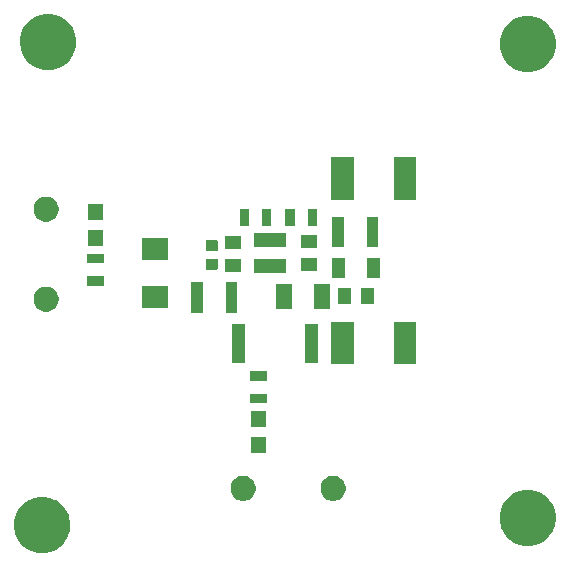
<source format=gbr>
G04 #@! TF.GenerationSoftware,KiCad,Pcbnew,5.0.2-bee76a0~70~ubuntu18.04.1*
G04 #@! TF.CreationDate,2019-02-26T17:57:15-05:00*
G04 #@! TF.ProjectId,New Buck Converter,4e657720-4275-4636-9b20-436f6e766572,rev?*
G04 #@! TF.SameCoordinates,Original*
G04 #@! TF.FileFunction,Soldermask,Top*
G04 #@! TF.FilePolarity,Negative*
%FSLAX46Y46*%
G04 Gerber Fmt 4.6, Leading zero omitted, Abs format (unit mm)*
G04 Created by KiCad (PCBNEW 5.0.2-bee76a0~70~ubuntu18.04.1) date Tue 26 Feb 2019 05:57:15 PM EST*
%MOMM*%
%LPD*%
G01*
G04 APERTURE LIST*
%ADD10C,0.100000*%
G04 APERTURE END LIST*
D10*
G36*
X108092788Y-122716173D02*
X108092790Y-122716174D01*
X108092791Y-122716174D01*
X108428920Y-122855403D01*
X108525032Y-122895214D01*
X108914041Y-123155141D01*
X109244859Y-123485959D01*
X109244861Y-123485962D01*
X109504786Y-123874968D01*
X109625366Y-124166073D01*
X109683827Y-124307212D01*
X109775100Y-124766072D01*
X109775100Y-125233928D01*
X109717196Y-125525032D01*
X109683826Y-125692791D01*
X109592181Y-125914041D01*
X109504786Y-126125032D01*
X109244859Y-126514041D01*
X108914041Y-126844859D01*
X108914038Y-126844861D01*
X108525032Y-127104786D01*
X108092791Y-127283826D01*
X108092790Y-127283826D01*
X108092788Y-127283827D01*
X107633928Y-127375100D01*
X107166072Y-127375100D01*
X106707212Y-127283827D01*
X106707210Y-127283826D01*
X106707209Y-127283826D01*
X106274968Y-127104786D01*
X105885962Y-126844861D01*
X105885959Y-126844859D01*
X105555141Y-126514041D01*
X105295214Y-126125032D01*
X105207819Y-125914041D01*
X105116174Y-125692791D01*
X105082805Y-125525032D01*
X105024900Y-125233928D01*
X105024900Y-124766072D01*
X105116173Y-124307212D01*
X105174635Y-124166073D01*
X105295214Y-123874968D01*
X105555139Y-123485962D01*
X105555141Y-123485959D01*
X105885959Y-123155141D01*
X106274968Y-122895214D01*
X106371080Y-122855403D01*
X106707209Y-122716174D01*
X106707210Y-122716174D01*
X106707212Y-122716173D01*
X107166072Y-122624900D01*
X107633928Y-122624900D01*
X108092788Y-122716173D01*
X108092788Y-122716173D01*
G37*
G36*
X149192788Y-122116173D02*
X149192790Y-122116174D01*
X149192791Y-122116174D01*
X149446035Y-122221071D01*
X149625032Y-122295214D01*
X150014041Y-122555141D01*
X150344859Y-122885959D01*
X150344861Y-122885962D01*
X150604786Y-123274968D01*
X150692183Y-123485962D01*
X150783827Y-123707212D01*
X150875100Y-124166072D01*
X150875100Y-124633928D01*
X150848815Y-124766073D01*
X150783826Y-125092791D01*
X150725365Y-125233928D01*
X150604786Y-125525032D01*
X150344859Y-125914041D01*
X150014041Y-126244859D01*
X150014038Y-126244861D01*
X149625032Y-126504786D01*
X149192791Y-126683826D01*
X149192790Y-126683826D01*
X149192788Y-126683827D01*
X148733928Y-126775100D01*
X148266072Y-126775100D01*
X147807212Y-126683827D01*
X147807210Y-126683826D01*
X147807209Y-126683826D01*
X147374968Y-126504786D01*
X146985962Y-126244861D01*
X146985959Y-126244859D01*
X146655141Y-125914041D01*
X146395214Y-125525032D01*
X146274635Y-125233928D01*
X146216174Y-125092791D01*
X146151186Y-124766073D01*
X146124900Y-124633928D01*
X146124900Y-124166072D01*
X146216173Y-123707212D01*
X146307818Y-123485962D01*
X146395214Y-123274968D01*
X146655139Y-122885962D01*
X146655141Y-122885959D01*
X146985959Y-122555141D01*
X147374968Y-122295214D01*
X147553965Y-122221071D01*
X147807209Y-122116174D01*
X147807210Y-122116174D01*
X147807212Y-122116173D01*
X148266072Y-122024900D01*
X148733928Y-122024900D01*
X149192788Y-122116173D01*
X149192788Y-122116173D01*
G37*
G36*
X132340431Y-120883843D02*
X132534615Y-120964277D01*
X132709376Y-121081049D01*
X132857991Y-121229664D01*
X132974763Y-121404425D01*
X133055197Y-121598609D01*
X133096200Y-121804748D01*
X133096200Y-122014932D01*
X133055197Y-122221071D01*
X132974763Y-122415255D01*
X132857991Y-122590016D01*
X132709376Y-122738631D01*
X132534615Y-122855403D01*
X132340431Y-122935837D01*
X132134292Y-122976840D01*
X131924108Y-122976840D01*
X131717969Y-122935837D01*
X131523785Y-122855403D01*
X131349024Y-122738631D01*
X131200409Y-122590016D01*
X131083637Y-122415255D01*
X131003203Y-122221071D01*
X130962200Y-122014932D01*
X130962200Y-121804748D01*
X131003203Y-121598609D01*
X131083637Y-121404425D01*
X131200409Y-121229664D01*
X131349024Y-121081049D01*
X131523785Y-120964277D01*
X131717969Y-120883843D01*
X131924108Y-120842840D01*
X132134292Y-120842840D01*
X132340431Y-120883843D01*
X132340431Y-120883843D01*
G37*
G36*
X124720431Y-120883843D02*
X124914615Y-120964277D01*
X125089376Y-121081049D01*
X125237991Y-121229664D01*
X125354763Y-121404425D01*
X125435197Y-121598609D01*
X125476200Y-121804748D01*
X125476200Y-122014932D01*
X125435197Y-122221071D01*
X125354763Y-122415255D01*
X125237991Y-122590016D01*
X125089376Y-122738631D01*
X124914615Y-122855403D01*
X124720431Y-122935837D01*
X124514292Y-122976840D01*
X124304108Y-122976840D01*
X124097969Y-122935837D01*
X123903785Y-122855403D01*
X123729024Y-122738631D01*
X123580409Y-122590016D01*
X123463637Y-122415255D01*
X123383203Y-122221071D01*
X123342200Y-122014932D01*
X123342200Y-121804748D01*
X123383203Y-121598609D01*
X123463637Y-121404425D01*
X123580409Y-121229664D01*
X123729024Y-121081049D01*
X123903785Y-120964277D01*
X124097969Y-120883843D01*
X124304108Y-120842840D01*
X124514292Y-120842840D01*
X124720431Y-120883843D01*
X124720431Y-120883843D01*
G37*
G36*
X126351000Y-118901000D02*
X125049000Y-118901000D01*
X125049000Y-117599000D01*
X126351000Y-117599000D01*
X126351000Y-118901000D01*
X126351000Y-118901000D01*
G37*
G36*
X126351000Y-116701000D02*
X125049000Y-116701000D01*
X125049000Y-115399000D01*
X126351000Y-115399000D01*
X126351000Y-116701000D01*
X126351000Y-116701000D01*
G37*
G36*
X126401000Y-114701000D02*
X124999000Y-114701000D01*
X124999000Y-113899000D01*
X126401000Y-113899000D01*
X126401000Y-114701000D01*
X126401000Y-114701000D01*
G37*
G36*
X126401000Y-112801000D02*
X124999000Y-112801000D01*
X124999000Y-111999000D01*
X126401000Y-111999000D01*
X126401000Y-112801000D01*
X126401000Y-112801000D01*
G37*
G36*
X139050300Y-111402000D02*
X137168300Y-111402000D01*
X137168300Y-107800000D01*
X139050300Y-107800000D01*
X139050300Y-111402000D01*
X139050300Y-111402000D01*
G37*
G36*
X133770300Y-111402000D02*
X131888300Y-111402000D01*
X131888300Y-107800000D01*
X133770300Y-107800000D01*
X133770300Y-111402000D01*
X133770300Y-111402000D01*
G37*
G36*
X130779200Y-111257080D02*
X129677200Y-111257080D01*
X129677200Y-107955080D01*
X130779200Y-107955080D01*
X130779200Y-111257080D01*
X130779200Y-111257080D01*
G37*
G36*
X124579200Y-111257080D02*
X123477200Y-111257080D01*
X123477200Y-107955080D01*
X124579200Y-107955080D01*
X124579200Y-111257080D01*
X124579200Y-111257080D01*
G37*
G36*
X123921800Y-107028500D02*
X122919800Y-107028500D01*
X122919800Y-104426500D01*
X123921800Y-104426500D01*
X123921800Y-107028500D01*
X123921800Y-107028500D01*
G37*
G36*
X121021800Y-107028500D02*
X120019800Y-107028500D01*
X120019800Y-104426500D01*
X121021800Y-104426500D01*
X121021800Y-107028500D01*
X121021800Y-107028500D01*
G37*
G36*
X108045331Y-104869143D02*
X108239515Y-104949577D01*
X108414276Y-105066349D01*
X108562891Y-105214964D01*
X108679663Y-105389725D01*
X108760097Y-105583909D01*
X108801100Y-105790048D01*
X108801100Y-106000232D01*
X108760097Y-106206371D01*
X108679663Y-106400555D01*
X108562891Y-106575316D01*
X108414276Y-106723931D01*
X108239515Y-106840703D01*
X108045331Y-106921137D01*
X107839192Y-106962140D01*
X107629008Y-106962140D01*
X107422869Y-106921137D01*
X107228685Y-106840703D01*
X107053924Y-106723931D01*
X106905309Y-106575316D01*
X106788537Y-106400555D01*
X106708103Y-106206371D01*
X106667100Y-106000232D01*
X106667100Y-105790048D01*
X106708103Y-105583909D01*
X106788537Y-105389725D01*
X106905309Y-105214964D01*
X107053924Y-105066349D01*
X107228685Y-104949577D01*
X107422869Y-104869143D01*
X107629008Y-104828140D01*
X107839192Y-104828140D01*
X108045331Y-104869143D01*
X108045331Y-104869143D01*
G37*
G36*
X131727700Y-106717540D02*
X130425700Y-106717540D01*
X130425700Y-104615540D01*
X131727700Y-104615540D01*
X131727700Y-106717540D01*
X131727700Y-106717540D01*
G37*
G36*
X128527700Y-106717540D02*
X127225700Y-106717540D01*
X127225700Y-104615540D01*
X128527700Y-104615540D01*
X128527700Y-106717540D01*
X128527700Y-106717540D01*
G37*
G36*
X118084800Y-106667500D02*
X115823800Y-106667500D01*
X115823800Y-104787500D01*
X118084800Y-104787500D01*
X118084800Y-106667500D01*
X118084800Y-106667500D01*
G37*
G36*
X135523300Y-106276500D02*
X134421300Y-106276500D01*
X134421300Y-104924500D01*
X135523300Y-104924500D01*
X135523300Y-106276500D01*
X135523300Y-106276500D01*
G37*
G36*
X133523300Y-106276500D02*
X132421300Y-106276500D01*
X132421300Y-104924500D01*
X133523300Y-104924500D01*
X133523300Y-106276500D01*
X133523300Y-106276500D01*
G37*
G36*
X112601000Y-104751000D02*
X111199000Y-104751000D01*
X111199000Y-103949000D01*
X112601000Y-103949000D01*
X112601000Y-104751000D01*
X112601000Y-104751000D01*
G37*
G36*
X132999300Y-104102000D02*
X131897300Y-104102000D01*
X131897300Y-102400000D01*
X132999300Y-102400000D01*
X132999300Y-104102000D01*
X132999300Y-104102000D01*
G37*
G36*
X135999300Y-104102000D02*
X134897300Y-104102000D01*
X134897300Y-102400000D01*
X135999300Y-102400000D01*
X135999300Y-104102000D01*
X135999300Y-104102000D01*
G37*
G36*
X128003600Y-103646800D02*
X125351600Y-103646800D01*
X125351600Y-102484800D01*
X128003600Y-102484800D01*
X128003600Y-103646800D01*
X128003600Y-103646800D01*
G37*
G36*
X124234300Y-103611500D02*
X122882300Y-103611500D01*
X122882300Y-102509500D01*
X124234300Y-102509500D01*
X124234300Y-103611500D01*
X124234300Y-103611500D01*
G37*
G36*
X130647800Y-103532000D02*
X129295800Y-103532000D01*
X129295800Y-102430000D01*
X130647800Y-102430000D01*
X130647800Y-103532000D01*
X130647800Y-103532000D01*
G37*
G36*
X122131951Y-102454265D02*
X122165929Y-102464573D01*
X122197247Y-102481313D01*
X122224699Y-102503841D01*
X122247227Y-102531293D01*
X122263967Y-102562611D01*
X122274275Y-102596589D01*
X122278360Y-102638070D01*
X122278360Y-103239290D01*
X122274275Y-103280771D01*
X122263967Y-103314749D01*
X122247227Y-103346067D01*
X122224699Y-103373519D01*
X122197247Y-103396047D01*
X122165929Y-103412787D01*
X122131951Y-103423095D01*
X122090470Y-103427180D01*
X121414250Y-103427180D01*
X121372769Y-103423095D01*
X121338791Y-103412787D01*
X121307473Y-103396047D01*
X121280021Y-103373519D01*
X121257493Y-103346067D01*
X121240753Y-103314749D01*
X121230445Y-103280771D01*
X121226360Y-103239290D01*
X121226360Y-102638070D01*
X121230445Y-102596589D01*
X121240753Y-102562611D01*
X121257493Y-102531293D01*
X121280021Y-102503841D01*
X121307473Y-102481313D01*
X121338791Y-102464573D01*
X121372769Y-102454265D01*
X121414250Y-102450180D01*
X122090470Y-102450180D01*
X122131951Y-102454265D01*
X122131951Y-102454265D01*
G37*
G36*
X112601000Y-102851000D02*
X111199000Y-102851000D01*
X111199000Y-102049000D01*
X112601000Y-102049000D01*
X112601000Y-102851000D01*
X112601000Y-102851000D01*
G37*
G36*
X118084800Y-102603500D02*
X115823800Y-102603500D01*
X115823800Y-100723500D01*
X118084800Y-100723500D01*
X118084800Y-102603500D01*
X118084800Y-102603500D01*
G37*
G36*
X122131951Y-100879265D02*
X122165929Y-100889573D01*
X122197247Y-100906313D01*
X122224699Y-100928841D01*
X122247227Y-100956293D01*
X122263967Y-100987611D01*
X122274275Y-101021589D01*
X122278360Y-101063070D01*
X122278360Y-101664290D01*
X122274275Y-101705771D01*
X122263967Y-101739749D01*
X122247227Y-101771067D01*
X122224699Y-101798519D01*
X122197247Y-101821047D01*
X122165929Y-101837787D01*
X122131951Y-101848095D01*
X122090470Y-101852180D01*
X121414250Y-101852180D01*
X121372769Y-101848095D01*
X121338791Y-101837787D01*
X121307473Y-101821047D01*
X121280021Y-101798519D01*
X121257493Y-101771067D01*
X121240753Y-101739749D01*
X121230445Y-101705771D01*
X121226360Y-101664290D01*
X121226360Y-101063070D01*
X121230445Y-101021589D01*
X121240753Y-100987611D01*
X121257493Y-100956293D01*
X121280021Y-100928841D01*
X121307473Y-100906313D01*
X121338791Y-100889573D01*
X121372769Y-100879265D01*
X121414250Y-100875180D01*
X122090470Y-100875180D01*
X122131951Y-100879265D01*
X122131951Y-100879265D01*
G37*
G36*
X124234300Y-101611500D02*
X122882300Y-101611500D01*
X122882300Y-100509500D01*
X124234300Y-100509500D01*
X124234300Y-101611500D01*
X124234300Y-101611500D01*
G37*
G36*
X130647800Y-101532000D02*
X129295800Y-101532000D01*
X129295800Y-100430000D01*
X130647800Y-100430000D01*
X130647800Y-101532000D01*
X130647800Y-101532000D01*
G37*
G36*
X135859800Y-101504000D02*
X134857800Y-101504000D01*
X134857800Y-98902000D01*
X135859800Y-98902000D01*
X135859800Y-101504000D01*
X135859800Y-101504000D01*
G37*
G36*
X132959800Y-101504000D02*
X131957800Y-101504000D01*
X131957800Y-98902000D01*
X132959800Y-98902000D01*
X132959800Y-101504000D01*
X132959800Y-101504000D01*
G37*
G36*
X128003600Y-101446800D02*
X125351600Y-101446800D01*
X125351600Y-100284800D01*
X128003600Y-100284800D01*
X128003600Y-101446800D01*
X128003600Y-101446800D01*
G37*
G36*
X112551000Y-101351000D02*
X111249000Y-101351000D01*
X111249000Y-100049000D01*
X112551000Y-100049000D01*
X112551000Y-101351000D01*
X112551000Y-101351000D01*
G37*
G36*
X128795420Y-99679720D02*
X127993420Y-99679720D01*
X127993420Y-98277720D01*
X128795420Y-98277720D01*
X128795420Y-99679720D01*
X128795420Y-99679720D01*
G37*
G36*
X130695420Y-99679720D02*
X129893420Y-99679720D01*
X129893420Y-98277720D01*
X130695420Y-98277720D01*
X130695420Y-99679720D01*
X130695420Y-99679720D01*
G37*
G36*
X126809220Y-99664480D02*
X126007220Y-99664480D01*
X126007220Y-98262480D01*
X126809220Y-98262480D01*
X126809220Y-99664480D01*
X126809220Y-99664480D01*
G37*
G36*
X124909220Y-99664480D02*
X124107220Y-99664480D01*
X124107220Y-98262480D01*
X124909220Y-98262480D01*
X124909220Y-99664480D01*
X124909220Y-99664480D01*
G37*
G36*
X108045331Y-97249143D02*
X108239515Y-97329577D01*
X108414276Y-97446349D01*
X108562891Y-97594964D01*
X108679663Y-97769725D01*
X108760097Y-97963909D01*
X108801100Y-98170048D01*
X108801100Y-98380232D01*
X108760097Y-98586371D01*
X108679663Y-98780555D01*
X108562891Y-98955316D01*
X108414276Y-99103931D01*
X108239515Y-99220703D01*
X108045331Y-99301137D01*
X107839192Y-99342140D01*
X107629008Y-99342140D01*
X107422869Y-99301137D01*
X107228685Y-99220703D01*
X107053924Y-99103931D01*
X106905309Y-98955316D01*
X106788537Y-98780555D01*
X106708103Y-98586371D01*
X106667100Y-98380232D01*
X106667100Y-98170048D01*
X106708103Y-97963909D01*
X106788537Y-97769725D01*
X106905309Y-97594964D01*
X107053924Y-97446349D01*
X107228685Y-97329577D01*
X107422869Y-97249143D01*
X107629008Y-97208140D01*
X107839192Y-97208140D01*
X108045331Y-97249143D01*
X108045331Y-97249143D01*
G37*
G36*
X112551000Y-99151000D02*
X111249000Y-99151000D01*
X111249000Y-97849000D01*
X112551000Y-97849000D01*
X112551000Y-99151000D01*
X112551000Y-99151000D01*
G37*
G36*
X139050300Y-97495500D02*
X137168300Y-97495500D01*
X137168300Y-93893500D01*
X139050300Y-93893500D01*
X139050300Y-97495500D01*
X139050300Y-97495500D01*
G37*
G36*
X133770300Y-97495500D02*
X131888300Y-97495500D01*
X131888300Y-93893500D01*
X133770300Y-93893500D01*
X133770300Y-97495500D01*
X133770300Y-97495500D01*
G37*
G36*
X149192788Y-82016173D02*
X149192790Y-82016174D01*
X149192791Y-82016174D01*
X149625032Y-82195214D01*
X150014041Y-82455141D01*
X150344859Y-82785959D01*
X150344861Y-82785962D01*
X150604786Y-83174968D01*
X150700985Y-83407212D01*
X150783827Y-83607212D01*
X150875100Y-84066072D01*
X150875100Y-84533928D01*
X150783827Y-84992788D01*
X150604786Y-85425032D01*
X150344859Y-85814041D01*
X150014041Y-86144859D01*
X150014038Y-86144861D01*
X149625032Y-86404786D01*
X149192791Y-86583826D01*
X149192790Y-86583826D01*
X149192788Y-86583827D01*
X148733928Y-86675100D01*
X148266072Y-86675100D01*
X147807212Y-86583827D01*
X147807210Y-86583826D01*
X147807209Y-86583826D01*
X147374968Y-86404786D01*
X146985962Y-86144861D01*
X146985959Y-86144859D01*
X146655141Y-85814041D01*
X146395214Y-85425032D01*
X146216173Y-84992788D01*
X146124900Y-84533928D01*
X146124900Y-84066072D01*
X146216173Y-83607212D01*
X146299016Y-83407212D01*
X146395214Y-83174968D01*
X146655139Y-82785962D01*
X146655141Y-82785959D01*
X146985959Y-82455141D01*
X147374968Y-82195214D01*
X147807209Y-82016174D01*
X147807210Y-82016174D01*
X147807212Y-82016173D01*
X148266072Y-81924900D01*
X148733928Y-81924900D01*
X149192788Y-82016173D01*
X149192788Y-82016173D01*
G37*
G36*
X108592788Y-81816173D02*
X108592790Y-81816174D01*
X108592791Y-81816174D01*
X108855279Y-81924900D01*
X109025032Y-81995214D01*
X109414041Y-82255141D01*
X109744859Y-82585959D01*
X110004786Y-82974968D01*
X110183827Y-83407212D01*
X110275100Y-83866072D01*
X110275100Y-84333928D01*
X110235318Y-84533927D01*
X110183826Y-84792791D01*
X110100983Y-84992791D01*
X110004786Y-85225032D01*
X109744859Y-85614041D01*
X109414041Y-85944859D01*
X109414038Y-85944861D01*
X109025032Y-86204786D01*
X108592791Y-86383826D01*
X108592790Y-86383826D01*
X108592788Y-86383827D01*
X108133928Y-86475100D01*
X107666072Y-86475100D01*
X107207212Y-86383827D01*
X107207210Y-86383826D01*
X107207209Y-86383826D01*
X106774968Y-86204786D01*
X106385962Y-85944861D01*
X106385959Y-85944859D01*
X106055141Y-85614041D01*
X105795214Y-85225032D01*
X105699017Y-84992791D01*
X105616174Y-84792791D01*
X105564683Y-84533927D01*
X105524900Y-84333928D01*
X105524900Y-83866072D01*
X105616173Y-83407212D01*
X105795214Y-82974968D01*
X106055141Y-82585959D01*
X106385959Y-82255141D01*
X106774968Y-81995214D01*
X106944721Y-81924900D01*
X107207209Y-81816174D01*
X107207210Y-81816174D01*
X107207212Y-81816173D01*
X107666072Y-81724900D01*
X108133928Y-81724900D01*
X108592788Y-81816173D01*
X108592788Y-81816173D01*
G37*
M02*

</source>
